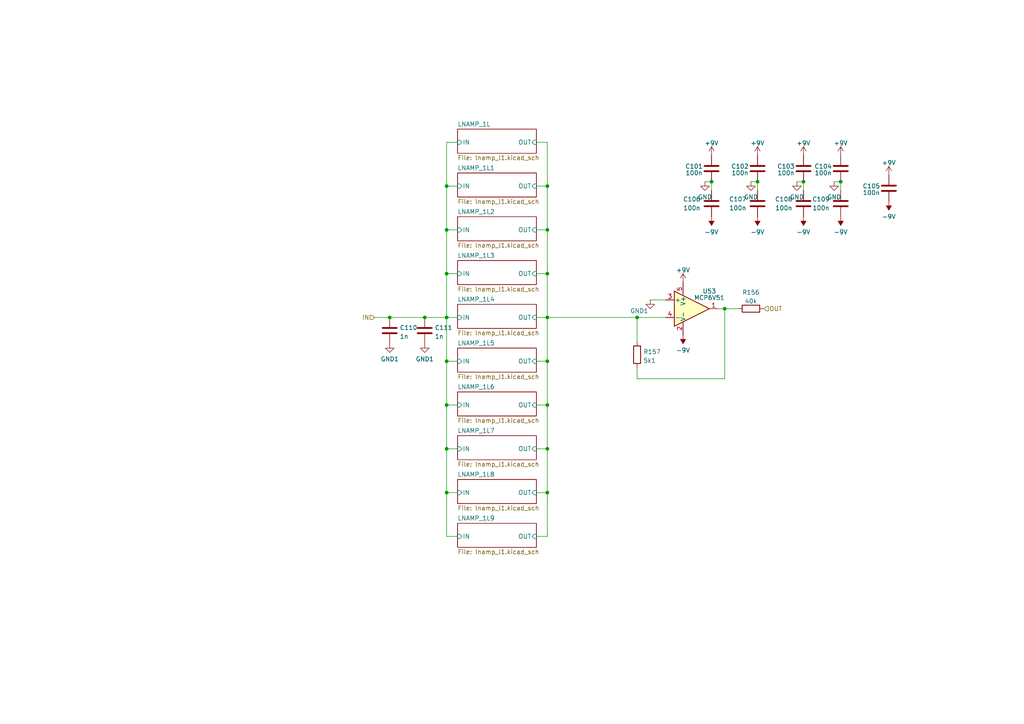
<source format=kicad_sch>
(kicad_sch (version 20211123) (generator eeschema)
  (paper "A4")
  (lib_symbols
    (symbol "Amplifier_Operational:MCP6L01x-xOT" (pin_names (offset 0.127))
      (property "Reference" "U" (at -1.27 6.35 0))
      (property "Value" "MCP6L01x-xOT" (at -1.27 3.81 0))
      (symbol "MCP6L01x-xOT_0_1"
        (polyline (pts (xy -5.08 5.08) (xy 5.08 0) (xy -5.08 -5.08) (xy -5.08 5.08)) (stroke (width 0.254)) (fill (type background)))
        (pin power_in line (at -2.54 -7.62 90) (length 3.81) (name "V-") (number "2"))
        (pin power_in line (at -2.54 7.62 270) (length 3.81) (name "V+") (number "5"))
      )
      (symbol "MCP6L01x-xOT_1_1"
        (pin output line (at 7.62 0 180) (length 2.54) (name "~") (number "1"))
        (pin input line (at -7.62 2.54 0) (length 2.54) (name "+") (number "3"))
        (pin input line (at -7.62 -2.54 0) (length 2.54) (name "-") (number "4"))
      )
    )
    (symbol "Device:C" (pin_numbers hide) (pin_names (offset 0.254))
      (property "Reference" "C" (at 0.635 2.54 0))
      (property "Value" "C" (at 0.635 -2.54 0))
      (symbol "C_0_1"
        (polyline (pts (xy -2.032 -0.762) (xy 2.032 -0.762)) (stroke (width 0.508)))
        (polyline (pts (xy -2.032 0.762) (xy 2.032 0.762)) (stroke (width 0.508)))
      )
      (symbol "C_1_1"
        (pin passive line (at 0 3.81 270) (length 2.794) (name "~") (number "1"))
        (pin passive line (at 0 -3.81 90) (length 2.794) (name "~") (number "2"))
      )
    )
    (symbol "Device:R" (pin_numbers hide) (pin_names (offset 0))
      (property "Reference" "R" (at 2.032 0 90))
      (property "Value" "R" (at 0 0 90))
      (symbol "R_0_1"
        (rectangle (start -1.016 -2.54) (end 1.016 2.54) (stroke (width 0.254)))
      )
      (symbol "R_1_1"
        (pin passive line (at 0 3.81 270) (length 1.27) (name "~") (number "1"))
        (pin passive line (at 0 -3.81 90) (length 1.27) (name "~") (number "2"))
      )
    )
    (symbol "power:+9V" (power) (pin_names (offset 0))
      (property "Value" "+9V" (at 0 3.556 0))
      (symbol "+9V_0_1"
        (polyline (pts (xy -0.762 1.27) (xy 0 2.54)))
        (polyline (pts (xy 0 0) (xy 0 2.54)))
        (polyline (pts (xy 0 2.54) (xy 0.762 1.27)))
      )
      (symbol "+9V_1_1"
        (pin power_in line (at 0 0 90) (length 0) hide (name "+9V") (number "1"))
      )
    )
    (symbol "power:-9V" (power) (pin_names (offset 0))
      (property "Value" "-9V" (at 0 3.81 0))
      (symbol "-9V_0_1"
        (polyline (pts (xy 0 0) (xy 0 2.54)))
        (polyline (pts (xy 0.762 1.27) (xy -0.762 1.27) (xy 0 2.54) (xy 0.762 1.27)) (fill (type outline)))
      )
      (symbol "-9V_1_1"
        (pin power_in line (at 0 0 90) (length 0) hide (name "-9V") (number "1"))
      )
    )
    (symbol "power:GND" (power) (pin_names (offset 0))
      (property "Value" "GND" (at 0 -3.81 0))
      (symbol "GND_0_1"
        (polyline (pts (xy 0 0) (xy 0 -1.27) (xy 1.27 -1.27) (xy 0 -2.54) (xy -1.27 -1.27) (xy 0 -1.27)))
      )
      (symbol "GND_1_1"
        (pin power_in line (at 0 0 270) (length 0) hide (name "GND") (number "1"))
      )
    )
    (symbol "power:GND1" (power) (pin_names (offset 0))
      (property "Value" "GND1" (at 0 -3.81 0))
      (symbol "GND1_0_1"
        (polyline (pts (xy 0 0) (xy 0 -1.27) (xy 1.27 -1.27) (xy 0 -2.54) (xy -1.27 -1.27) (xy 0 -1.27)))
      )
      (symbol "GND1_1_1"
        (pin power_in line (at 0 0 270) (length 0) hide (name "GND1") (number "1"))
      )
    )
  )
  (junction (at 233.045 52.705))
  (junction (at 113.03 92.075))
  (junction (at 158.75 130.175))
  (junction (at 158.75 142.875))
  (junction (at 158.75 117.475))
  (junction (at 129.54 66.675))
  (junction (at 129.54 53.975))
  (junction (at 184.785 92.075))
  (junction (at 123.19 92.075))
  (junction (at 158.75 79.375))
  (junction (at 206.375 52.705))
  (junction (at 158.75 53.975))
  (junction (at 243.84 52.705))
  (junction (at 158.75 66.675))
  (junction (at 129.54 79.375))
  (junction (at 129.54 92.075))
  (junction (at 219.71 52.705))
  (junction (at 129.54 142.875))
  (junction (at 129.54 117.475))
  (junction (at 129.54 104.775))
  (junction (at 158.75 104.775))
  (junction (at 129.54 130.175))
  (junction (at 210.185 89.535))
  (junction (at 158.75 92.075))
  (wire (pts (xy 158.75 79.375) (xy 158.75 66.675)))
  (wire (pts (xy 158.75 155.575) (xy 158.75 142.875)))
  (wire (pts (xy 204.47 52.705) (xy 206.375 52.705)))
  (wire (pts (xy 158.75 92.075) (xy 184.785 92.075)))
  (wire (pts (xy 129.54 142.875) (xy 132.715 142.875)))
  (wire (pts (xy 132.715 155.575) (xy 129.54 155.575)))
  (wire (pts (xy 158.75 53.975) (xy 158.75 41.275)))
  (wire (pts (xy 184.785 106.68) (xy 184.785 109.855)))
  (wire (pts (xy 155.575 79.375) (xy 158.75 79.375)))
  (wire (pts (xy 155.575 92.075) (xy 158.75 92.075)))
  (wire (pts (xy 210.185 109.855) (xy 210.185 89.535)))
  (wire (pts (xy 155.575 142.875) (xy 158.75 142.875)))
  (wire (pts (xy 129.54 92.075) (xy 132.715 92.075)))
  (wire (pts (xy 129.54 79.375) (xy 132.715 79.375)))
  (wire (pts (xy 158.75 130.175) (xy 158.75 117.475)))
  (wire (pts (xy 129.54 104.775) (xy 132.715 104.775)))
  (wire (pts (xy 129.54 104.775) (xy 129.54 92.075)))
  (wire (pts (xy 243.84 52.705) (xy 243.84 55.245)))
  (wire (pts (xy 108.585 92.075) (xy 113.03 92.075)))
  (wire (pts (xy 158.75 104.775) (xy 158.75 92.075)))
  (wire (pts (xy 184.785 92.075) (xy 193.04 92.075)))
  (wire (pts (xy 233.045 52.705) (xy 233.045 55.245)))
  (wire (pts (xy 155.575 117.475) (xy 158.75 117.475)))
  (wire (pts (xy 158.75 66.675) (xy 158.75 53.975)))
  (wire (pts (xy 129.54 66.675) (xy 132.715 66.675)))
  (wire (pts (xy 155.575 66.675) (xy 158.75 66.675)))
  (wire (pts (xy 129.54 66.675) (xy 129.54 53.975)))
  (wire (pts (xy 155.575 53.975) (xy 158.75 53.975)))
  (wire (pts (xy 129.54 79.375) (xy 129.54 66.675)))
  (wire (pts (xy 129.54 117.475) (xy 129.54 104.775)))
  (wire (pts (xy 129.54 130.175) (xy 129.54 117.475)))
  (wire (pts (xy 219.71 52.705) (xy 219.71 55.245)))
  (wire (pts (xy 158.75 142.875) (xy 158.75 130.175)))
  (wire (pts (xy 129.54 92.075) (xy 129.54 79.375)))
  (wire (pts (xy 123.19 92.075) (xy 129.54 92.075)))
  (wire (pts (xy 231.14 52.705) (xy 233.045 52.705)))
  (wire (pts (xy 241.935 52.705) (xy 243.84 52.705)))
  (wire (pts (xy 206.375 52.705) (xy 206.375 55.245)))
  (wire (pts (xy 217.805 52.705) (xy 219.71 52.705)))
  (wire (pts (xy 210.185 89.535) (xy 208.28 89.535)))
  (wire (pts (xy 129.54 142.875) (xy 129.54 130.175)))
  (wire (pts (xy 129.54 117.475) (xy 132.715 117.475)))
  (wire (pts (xy 184.785 92.075) (xy 184.785 99.06)))
  (wire (pts (xy 158.75 92.075) (xy 158.75 79.375)))
  (wire (pts (xy 155.575 155.575) (xy 158.75 155.575)))
  (wire (pts (xy 129.54 130.175) (xy 132.715 130.175)))
  (wire (pts (xy 129.54 155.575) (xy 129.54 142.875)))
  (wire (pts (xy 158.75 117.475) (xy 158.75 104.775)))
  (wire (pts (xy 155.575 104.775) (xy 158.75 104.775)))
  (wire (pts (xy 158.75 41.275) (xy 155.575 41.275)))
  (wire (pts (xy 155.575 130.175) (xy 158.75 130.175)))
  (wire (pts (xy 113.03 92.075) (xy 123.19 92.075)))
  (wire (pts (xy 129.54 53.975) (xy 129.54 41.275)))
  (wire (pts (xy 210.185 89.535) (xy 213.995 89.535)))
  (wire (pts (xy 129.54 53.975) (xy 132.715 53.975)))
  (wire (pts (xy 129.54 41.275) (xy 132.715 41.275)))
  (wire (pts (xy 188.595 86.995) (xy 193.04 86.995)))
  (wire (pts (xy 184.785 109.855) (xy 210.185 109.855)))
  (hierarchical_label "OUT" (shape input) (at 221.615 89.535 0))
  (hierarchical_label "IN" (shape input) (at 108.585 92.075 180))
  (symbol (lib_id "power:GND1") (at 188.595 86.995 0) (unit 1)
    (property "Reference" "#PWR0269" (effects hide))
    (property "Value" "GND1" (at 185.42 90.17 0))
  )
  (symbol (lib_id "Device:C") (at 219.71 59.055 0) (unit 1)
    (property "Reference" "C107" (at 213.995 57.785 0))
    (property "Value" "100n" (at 213.995 60.325 0))
    (property "Footprint" "Capacitor_SMD:C_0603_1608Metric_Pad1.08x0.95mm_HandSolder" (effects hide))
    (property "PN" "CL10B104KB8NNND" (effects hide))
    (property "supplier" "TME" (effects hide))
  )
  (symbol (lib_id "power:+9V") (at 243.84 45.085 0) (unit 1)
    (property "Reference" "#PWR0257" (effects hide))
    (property "Value" "+9V" (at 243.84 41.5092 0))
  )
  (symbol (lib_id "Device:C") (at 219.71 48.895 0) (unit 1)
    (property "Reference" "C102" (at 214.63 48.26 0))
    (property "Value" "100n" (at 214.63 50.165 0))
    (property "Footprint" "Capacitor_SMD:C_0603_1608Metric_Pad1.08x0.95mm_HandSolder" (effects hide))
    (property "PN" "CL10B104KB8NNND" (effects hide))
    (property "supplier" "TME" (effects hide))
  )
  (symbol (lib_id "Amplifier_Operational:MCP6L01x-xOT") (at 200.66 89.535 0) (unit 1)
    (property "Reference" "U53" (at 205.74 84.455 0))
    (property "Value" "MCP6V51" (at 205.74 86.36 0))
    (property "Footprint" "Package_TO_SOT_SMD:SOT-23-5" (effects hide))
    (property "Datasheet" "http://ww1.microchip.com/downloads/en/devicedoc/22140b.pdf" (effects hide))
    (property "PN" "MCP6V51T-E/OT" (effects hide))
    (property "supplier" "MOUSER" (effects hide))
  )
  (symbol (lib_id "power:GND") (at 231.14 52.705 0) (unit 1)
    (property "Reference" "#PWR0261" (effects hide))
    (property "Value" "~" (at 231.14 57.1484 0))
  )
  (symbol (lib_id "power:-9V") (at 198.12 97.155 180) (unit 1)
    (property "Reference" "#PWR0270" (effects hide))
    (property "Value" "-9V" (at 198.12 101.5984 0))
  )
  (symbol (lib_id "power:GND1") (at 123.19 99.695 0) (unit 1)
    (property "Reference" "#PWR0272" (effects hide))
    (property "Value" "GND1" (at 123.19 104.1384 0))
  )
  (symbol (lib_id "Device:C") (at 243.84 59.055 0) (unit 1)
    (property "Reference" "C109" (at 238.125 57.785 0))
    (property "Value" "100n" (at 238.125 60.325 0))
    (property "Footprint" "Capacitor_SMD:C_0603_1608Metric_Pad1.08x0.95mm_HandSolder" (effects hide))
    (property "PN" "CL10B104KB8NNND" (effects hide))
    (property "supplier" "TME" (effects hide))
  )
  (symbol (lib_id "power:GND1") (at 113.03 99.695 0) (unit 1)
    (property "Reference" "#PWR0271" (effects hide))
    (property "Value" "GND1" (at 113.03 104.1384 0))
  )
  (symbol (lib_id "Device:C") (at 233.045 48.895 0) (unit 1)
    (property "Reference" "C103" (at 227.965 48.26 0))
    (property "Value" "100n" (at 227.965 50.165 0))
    (property "Footprint" "Capacitor_SMD:C_0603_1608Metric_Pad1.08x0.95mm_HandSolder" (effects hide))
    (property "PN" "CL10B104KB8NNND" (effects hide))
    (property "supplier" "TME" (effects hide))
  )
  (symbol (lib_id "power:-9V") (at 243.84 62.865 180) (unit 1)
    (property "Reference" "#PWR0267" (effects hide))
    (property "Value" "-9V" (at 243.84 67.3084 0))
  )
  (symbol (lib_id "power:+9V") (at 206.375 45.085 0) (unit 1)
    (property "Reference" "#PWR0254" (effects hide))
    (property "Value" "+9V" (at 206.375 41.5092 0))
  )
  (symbol (lib_id "Device:R") (at 184.785 102.87 180) (unit 1)
    (property "Reference" "R157" (at 186.563 102.0353 0) (effects (justify right)))
    (property "Value" "5k1" (at 186.563 104.5722 0) (effects (justify right)))
    (property "Footprint" "Resistor_SMD:R_0805_2012Metric" (effects hide))
    (property "PN" "RN73C2A5K11BTD" (effects hide))
    (property "supplier" "MOUSER" (effects hide))
  )
  (symbol (lib_id "Device:C") (at 123.19 95.885 0) (unit 1)
    (property "Reference" "C111" (at 126.111 95.0503 0) (effects (justify left)))
    (property "Value" "1n" (at 126.111 97.5872 0) (effects (justify left)))
    (property "Footprint" "Capacitor_SMD:C_0805_2012Metric" (effects hide))
    (property "PN" "VJ0805A102JXACW1BC" (effects hide))
    (property "supplier" "TME" (effects hide))
  )
  (symbol (lib_id "power:+9V") (at 198.12 81.915 0) (unit 1)
    (property "Reference" "#PWR0268" (effects hide))
    (property "Value" "+9V" (at 198.12 78.3392 0))
  )
  (symbol (lib_id "power:-9V") (at 257.81 58.42 180) (unit 1)
    (property "Reference" "#PWR0263" (effects hide))
    (property "Value" "-9V" (at 257.81 62.8634 0))
  )
  (symbol (lib_id "power:+9V") (at 219.71 45.085 0) (unit 1)
    (property "Reference" "#PWR0255" (effects hide))
    (property "Value" "+9V" (at 219.71 41.5092 0))
  )
  (symbol (lib_id "power:-9V") (at 219.71 62.865 180) (unit 1)
    (property "Reference" "#PWR0265" (effects hide))
    (property "Value" "-9V" (at 219.71 67.3084 0))
  )
  (symbol (lib_id "Device:C") (at 243.84 48.895 0) (unit 1)
    (property "Reference" "C104" (at 238.76 48.26 0))
    (property "Value" "100n" (at 238.76 50.165 0))
    (property "Footprint" "Capacitor_SMD:C_0603_1608Metric_Pad1.08x0.95mm_HandSolder" (effects hide))
    (property "PN" "CL10B104KB8NNND" (effects hide))
    (property "supplier" "TME" (effects hide))
  )
  (symbol (lib_id "Device:C") (at 206.375 59.055 0) (unit 1)
    (property "Reference" "C106" (at 200.66 57.785 0))
    (property "Value" "100n" (at 200.66 60.325 0))
    (property "Footprint" "Capacitor_SMD:C_0603_1608Metric_Pad1.08x0.95mm_HandSolder" (effects hide))
    (property "PN" "CL10B104KB8NNND" (effects hide))
    (property "supplier" "TME" (effects hide))
  )
  (symbol (lib_id "Device:C") (at 113.03 95.885 0) (unit 1)
    (property "Reference" "C110" (at 115.951 95.0503 0) (effects (justify left)))
    (property "Value" "1n" (at 115.951 97.5872 0) (effects (justify left)))
    (property "Footprint" "Capacitor_SMD:C_0805_2012Metric" (effects hide))
    (property "PN" "VJ0805A102JXACW1BC" (effects hide))
    (property "supplier" "TME" (effects hide))
  )
  (symbol (lib_id "Device:R") (at 217.805 89.535 270) (unit 1)
    (property "Reference" "R156" (at 217.805 84.8192 90))
    (property "Value" "40k" (at 217.805 87.3561 90))
    (property "Footprint" "Resistor_SMD:R_0805_2012Metric" (effects hide))
    (property "PN" "279-RN73C2A40K2BTD " (effects hide))
    (property "supplier" "MOUSER" (effects hide))
  )
  (symbol (lib_id "Device:C") (at 257.81 54.61 0) (unit 1)
    (property "Reference" "C105" (at 252.73 53.975 0))
    (property "Value" "100n" (at 252.73 55.88 0))
    (property "Footprint" "Capacitor_SMD:C_0603_1608Metric_Pad1.08x0.95mm_HandSolder" (effects hide))
    (property "PN" "CL10B104KB8NNND" (effects hide))
    (property "supplier" "TME" (effects hide))
  )
  (symbol (lib_id "power:GND") (at 204.47 52.705 0) (unit 1)
    (property "Reference" "#PWR0259" (effects hide))
    (property "Value" "~" (at 204.47 57.1484 0))
  )
  (symbol (lib_id "power:+9V") (at 257.81 50.8 0) (unit 1)
    (property "Reference" "#PWR0258" (effects hide))
    (property "Value" "+9V" (at 257.81 47.2242 0))
  )
  (symbol (lib_id "power:GND") (at 217.805 52.705 0) (unit 1)
    (property "Reference" "#PWR0260" (effects hide))
    (property "Value" "~" (at 217.805 57.1484 0))
  )
  (symbol (lib_id "power:GND") (at 241.935 52.705 0) (unit 1)
    (property "Reference" "#PWR0262" (effects hide))
    (property "Value" "~" (at 241.935 57.1484 0))
  )
  (symbol (lib_id "Device:C") (at 233.045 59.055 0) (unit 1)
    (property "Reference" "C108" (at 227.33 57.785 0))
    (property "Value" "100n" (at 227.33 60.325 0))
    (property "Footprint" "Capacitor_SMD:C_0603_1608Metric_Pad1.08x0.95mm_HandSolder" (effects hide))
    (property "PN" "CL10B104KB8NNND" (effects hide))
    (property "supplier" "TME" (effects hide))
  )
  (symbol (lib_id "power:-9V") (at 206.375 62.865 180) (unit 1)
    (property "Reference" "#PWR0264" (effects hide))
    (property "Value" "-9V" (at 206.375 67.3084 0))
  )
  (symbol (lib_id "power:-9V") (at 233.045 62.865 180) (unit 1)
    (property "Reference" "#PWR0266" (effects hide))
    (property "Value" "-9V" (at 233.045 67.3084 0))
  )
  (symbol (lib_id "power:+9V") (at 233.045 45.085 0) (unit 1)
    (property "Reference" "#PWR0256" (effects hide))
    (property "Value" "+9V" (at 233.045 41.5092 0))
  )
  (symbol (lib_id "Device:C") (at 206.375 48.895 0) (unit 1)
    (property "Reference" "C101" (at 201.295 48.26 0))
    (property "Value" "100n" (at 201.295 50.165 0))
    (property "Footprint" "Capacitor_SMD:C_0603_1608Metric_Pad1.08x0.95mm_HandSolder" (effects hide))
    (property "PN" "CL10B104KB8NNND" (effects hide))
    (property "supplier" "TME" (effects hide))
  )
  (sheet (at 132.715 88.265) (size 22.86 6.985) (stroke (width 0.1524))
    (property "Sheet name" "LNAMP_1L4" (at 132.715 87.5534 0) (effects (justify left bottom)))
    (property "Sheet file" "lnamp_l1.kicad_sch" (at 132.715 95.8346 0) (effects (justify left top)))
    (pin "IN" input (at 132.715 92.075 180))
    (pin "OUT" input (at 155.575 92.075 0))
  )
  (sheet (at 132.715 37.465) (size 22.86 6.985) (stroke (width 0.1524))
    (property "Sheet name" "LNAMP_1L" (at 132.715 36.7534 0) (effects (justify left bottom)))
    (property "Sheet file" "lnamp_l1.kicad_sch" (at 132.715 45.0346 0) (effects (justify left top)))
    (pin "IN" input (at 132.715 41.275 180))
    (pin "OUT" input (at 155.575 41.275 0))
  )
  (sheet (at 132.715 50.165) (size 22.86 6.985) (stroke (width 0.1524))
    (property "Sheet name" "LNAMP_1L1" (at 132.715 49.4534 0) (effects (justify left bottom)))
    (property "Sheet file" "lnamp_l1.kicad_sch" (at 132.715 57.7346 0) (effects (justify left top)))
    (pin "IN" input (at 132.715 53.975 180))
    (pin "OUT" input (at 155.575 53.975 0))
  )
  (sheet (at 132.715 151.765) (size 22.86 6.985) (stroke (width 0.1524))
    (property "Sheet name" "LNAMP_1L9" (at 132.715 151.0534 0) (effects (justify left bottom)))
    (property "Sheet file" "lnamp_l1.kicad_sch" (at 132.715 159.3346 0) (effects (justify left top)))
    (pin "IN" input (at 132.715 155.575 180))
    (pin "OUT" input (at 155.575 155.575 0))
  )
  (sheet (at 132.715 100.965) (size 22.86 6.985) (stroke (width 0.1524))
    (property "Sheet name" "LNAMP_1L5" (at 132.715 100.2534 0) (effects (justify left bottom)))
    (property "Sheet file" "lnamp_l1.kicad_sch" (at 132.715 108.5346 0) (effects (justify left top)))
    (pin "IN" input (at 132.715 104.775 180))
    (pin "OUT" input (at 155.575 104.775 0))
  )
  (sheet (at 132.715 75.565) (size 22.86 6.985) (stroke (width 0.1524))
    (property "Sheet name" "LNAMP_1L3" (at 132.715 74.8534 0) (effects (justify left bottom)))
    (property "Sheet file" "lnamp_l1.kicad_sch" (at 132.715 83.1346 0) (effects (justify left top)))
    (pin "IN" input (at 132.715 79.375 180))
    (pin "OUT" input (at 155.575 79.375 0))
  )
  (sheet (at 132.715 139.065) (size 22.86 6.985) (stroke (width 0.1524))
    (property "Sheet name" "LNAMP_1L8" (at 132.715 138.3534 0) (effects (justify left bottom)))
    (property "Sheet file" "lnamp_l1.kicad_sch" (at 132.715 146.6346 0) (effects (justify left top)))
    (pin "IN" input (at 132.715 142.875 180))
    (pin "OUT" input (at 155.575 142.875 0))
  )
  (sheet (at 132.715 62.865) (size 22.86 6.985) (stroke (width 0.1524))
    (property "Sheet name" "LNAMP_1L2" (at 132.715 62.1534 0) (effects (justify left bottom)))
    (property "Sheet file" "lnamp_l1.kicad_sch" (at 132.715 70.4346 0) (effects (justify left top)))
    (pin "IN" input (at 132.715 66.675 180))
    (pin "OUT" input (at 155.575 66.675 0))
  )
  (sheet (at 132.715 113.665) (size 22.86 6.985) (stroke (width 0.1524))
    (property "Sheet name" "LNAMP_1L6" (at 132.715 112.9534 0) (effects (justify left bottom)))
    (property "Sheet file" "lnamp_l1.kicad_sch" (at 132.715 121.2346 0) (effects (justify left top)))
    (pin "IN" input (at 132.715 117.475 180))
    (pin "OUT" input (at 155.575 117.475 0))
  )
  (sheet (at 132.715 126.365) (size 22.86 6.985) (stroke (width 0.1524))
    (property "Sheet name" "LNAMP_1L7" (at 132.715 125.6534 0) (effects (justify left bottom)))
    (property "Sheet file" "lnamp_l1.kicad_sch" (at 132.715 133.9346 0) (effects (justify left top)))
    (pin "IN" input (at 132.715 130.175 180))
    (pin "OUT" input (at 155.575 130.175 0))
  )
)
</source>
